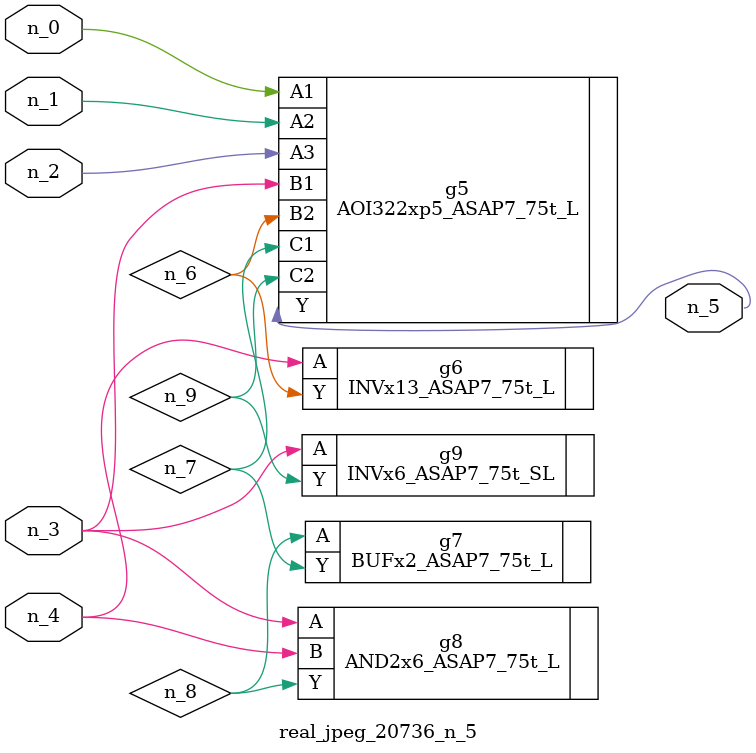
<source format=v>
module real_jpeg_20736_n_5 (n_4, n_0, n_1, n_2, n_3, n_5);

input n_4;
input n_0;
input n_1;
input n_2;
input n_3;

output n_5;

wire n_8;
wire n_6;
wire n_7;
wire n_9;

AOI322xp5_ASAP7_75t_L g5 ( 
.A1(n_0),
.A2(n_1),
.A3(n_2),
.B1(n_3),
.B2(n_6),
.C1(n_7),
.C2(n_9),
.Y(n_5)
);

AND2x6_ASAP7_75t_L g8 ( 
.A(n_3),
.B(n_4),
.Y(n_8)
);

INVx6_ASAP7_75t_SL g9 ( 
.A(n_3),
.Y(n_9)
);

INVx13_ASAP7_75t_L g6 ( 
.A(n_4),
.Y(n_6)
);

BUFx2_ASAP7_75t_L g7 ( 
.A(n_8),
.Y(n_7)
);


endmodule
</source>
